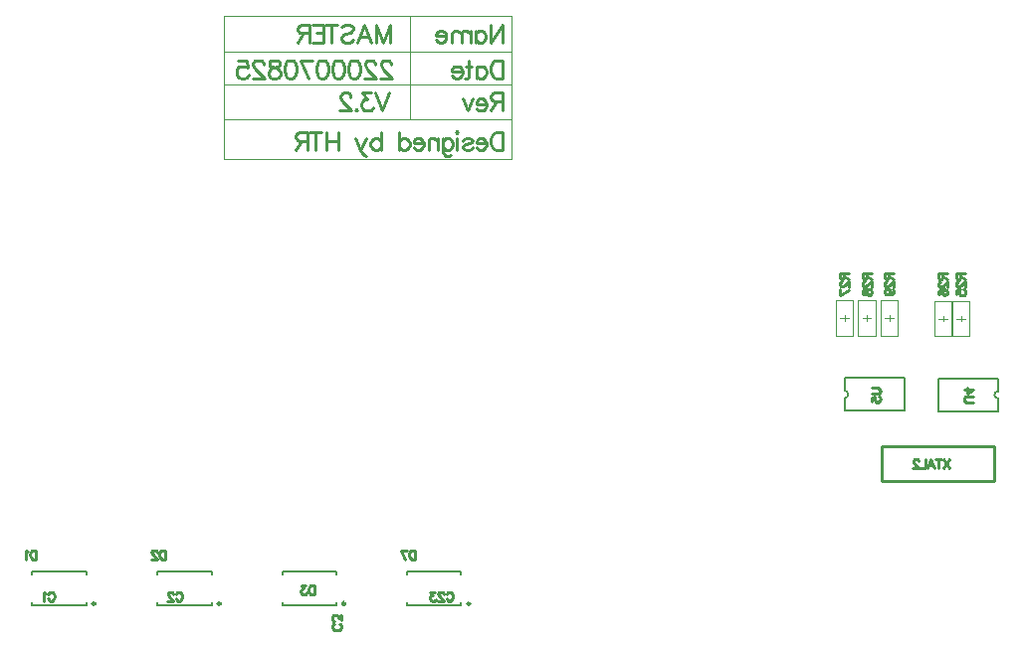
<source format=gbo>
G04*
G04 #@! TF.GenerationSoftware,Altium Limited,Altium Designer,21.3.2 (30)*
G04*
G04 Layer_Color=32896*
%FSLAX44Y44*%
%MOMM*%
G71*
G04*
G04 #@! TF.SameCoordinates,E904BC2C-911D-44D5-97E6-C51C7131D4A3*
G04*
G04*
G04 #@! TF.FilePolarity,Positive*
G04*
G01*
G75*
%ADD10C,0.2540*%
%ADD11C,0.2500*%
%ADD14C,0.2000*%
%ADD15C,0.1000*%
%ADD16C,0.0500*%
D10*
X1176130Y359230D02*
Y389230D01*
X1080830Y359230D02*
Y389230D01*
Y359230D02*
X1176130D01*
X1080830Y389230D02*
X1176130D01*
X758190Y748197D02*
Y732960D01*
Y748197D02*
X748032Y732960D01*
Y748197D02*
Y732960D01*
X735117Y743118D02*
Y732960D01*
Y740941D02*
X736568Y742392D01*
X738019Y743118D01*
X740196D01*
X741647Y742392D01*
X743098Y740941D01*
X743824Y738765D01*
Y737314D01*
X743098Y735137D01*
X741647Y733686D01*
X740196Y732960D01*
X738019D01*
X736568Y733686D01*
X735117Y735137D01*
X731054Y743118D02*
Y732960D01*
Y740216D02*
X728877Y742392D01*
X727426Y743118D01*
X725250D01*
X723799Y742392D01*
X723073Y740216D01*
Y732960D01*
Y740216D02*
X720896Y742392D01*
X719445Y743118D01*
X717269D01*
X715817Y742392D01*
X715092Y740216D01*
Y732960D01*
X710303Y738765D02*
X701596D01*
Y740216D01*
X702322Y741667D01*
X703047Y742392D01*
X704499Y743118D01*
X706675D01*
X708126Y742392D01*
X709578Y740941D01*
X710303Y738765D01*
Y737314D01*
X709578Y735137D01*
X708126Y733686D01*
X706675Y732960D01*
X704499D01*
X703047Y733686D01*
X701596Y735137D01*
X662416Y748197D02*
Y732960D01*
Y748197D02*
X656612Y732960D01*
X650807Y748197D02*
X656612Y732960D01*
X650807Y748197D02*
Y732960D01*
X634845D02*
X640649Y748197D01*
X646454Y732960D01*
X644277Y738039D02*
X637022D01*
X621132Y746020D02*
X622583Y747471D01*
X624760Y748197D01*
X627662D01*
X629839Y747471D01*
X631290Y746020D01*
Y744569D01*
X630564Y743118D01*
X629839Y742392D01*
X628387Y741667D01*
X624034Y740216D01*
X622583Y739490D01*
X621857Y738765D01*
X621132Y737314D01*
Y735137D01*
X622583Y733686D01*
X624760Y732960D01*
X627662D01*
X629839Y733686D01*
X631290Y735137D01*
X612643Y748197D02*
Y732960D01*
X617722Y748197D02*
X607564D01*
X596318D02*
X605750D01*
Y732960D01*
X596318D01*
X605750Y740941D02*
X599946D01*
X593778Y748197D02*
Y732960D01*
Y748197D02*
X587248D01*
X585072Y747471D01*
X584346Y746746D01*
X583620Y745295D01*
Y743844D01*
X584346Y742392D01*
X585072Y741667D01*
X587248Y740941D01*
X593778D01*
X588699D02*
X583620Y732960D01*
X758190Y690146D02*
Y674909D01*
Y690146D02*
X751660D01*
X749483Y689420D01*
X748758Y688695D01*
X748032Y687243D01*
Y685792D01*
X748758Y684341D01*
X749483Y683616D01*
X751660Y682890D01*
X758190D01*
X753111D02*
X748032Y674909D01*
X744622Y680713D02*
X735915D01*
Y682165D01*
X736641Y683616D01*
X737366Y684341D01*
X738818Y685067D01*
X740994D01*
X742445Y684341D01*
X743896Y682890D01*
X744622Y680713D01*
Y679262D01*
X743896Y677086D01*
X742445Y675635D01*
X740994Y674909D01*
X738818D01*
X737366Y675635D01*
X735915Y677086D01*
X732650Y685067D02*
X728297Y674909D01*
X723944Y685067D02*
X728297Y674909D01*
X661618Y690146D02*
X655814Y674909D01*
X650009Y690146D02*
X655814Y674909D01*
X646599Y690146D02*
X638618D01*
X642971Y684341D01*
X640795D01*
X639343Y683616D01*
X638618Y682890D01*
X637892Y680713D01*
Y679262D01*
X638618Y677086D01*
X640069Y675635D01*
X642246Y674909D01*
X644422D01*
X646599Y675635D01*
X647325Y676360D01*
X648050Y677811D01*
X633757Y676360D02*
X634482Y675635D01*
X633757Y674909D01*
X633031Y675635D01*
X633757Y676360D01*
X628968Y686518D02*
Y687243D01*
X628242Y688695D01*
X627517Y689420D01*
X626066Y690146D01*
X623163D01*
X621712Y689420D01*
X620987Y688695D01*
X620261Y687243D01*
Y685792D01*
X620987Y684341D01*
X622438Y682165D01*
X629693Y674909D01*
X619536D01*
X758190Y656586D02*
Y641349D01*
Y656586D02*
X753111D01*
X750934Y655860D01*
X749483Y654409D01*
X748758Y652958D01*
X748032Y650781D01*
Y647153D01*
X748758Y644977D01*
X749483Y643526D01*
X750934Y642075D01*
X753111Y641349D01*
X758190D01*
X744622Y647153D02*
X735915D01*
Y648605D01*
X736641Y650056D01*
X737366Y650781D01*
X738818Y651507D01*
X740994D01*
X742445Y650781D01*
X743896Y649330D01*
X744622Y647153D01*
Y645702D01*
X743896Y643526D01*
X742445Y642075D01*
X740994Y641349D01*
X738818D01*
X737366Y642075D01*
X735915Y643526D01*
X724669Y649330D02*
X725395Y650781D01*
X727571Y651507D01*
X729748D01*
X731925Y650781D01*
X732650Y649330D01*
X731925Y647879D01*
X730474Y647153D01*
X726846Y646428D01*
X725395Y645702D01*
X724669Y644251D01*
Y643526D01*
X725395Y642075D01*
X727571Y641349D01*
X729748D01*
X731925Y642075D01*
X732650Y643526D01*
X720026Y656586D02*
X719300Y655860D01*
X718575Y656586D01*
X719300Y657311D01*
X720026Y656586D01*
X719300Y651507D02*
Y641349D01*
X707183Y651507D02*
Y639898D01*
X707909Y637721D01*
X708634Y636996D01*
X710085Y636270D01*
X712262D01*
X713713Y636996D01*
X707183Y649330D02*
X708634Y650781D01*
X710085Y651507D01*
X712262D01*
X713713Y650781D01*
X715164Y649330D01*
X715890Y647153D01*
Y645702D01*
X715164Y643526D01*
X713713Y642075D01*
X712262Y641349D01*
X710085D01*
X708634Y642075D01*
X707183Y643526D01*
X703120Y651507D02*
Y641349D01*
Y648605D02*
X700943Y650781D01*
X699492Y651507D01*
X697316D01*
X695864Y650781D01*
X695139Y648605D01*
Y641349D01*
X691148Y647153D02*
X682442D01*
Y648605D01*
X683167Y650056D01*
X683893Y650781D01*
X685344Y651507D01*
X687521D01*
X688972Y650781D01*
X690423Y649330D01*
X691148Y647153D01*
Y645702D01*
X690423Y643526D01*
X688972Y642075D01*
X687521Y641349D01*
X685344D01*
X683893Y642075D01*
X682442Y643526D01*
X670470Y656586D02*
Y641349D01*
Y649330D02*
X671921Y650781D01*
X673372Y651507D01*
X675549D01*
X677000Y650781D01*
X678451Y649330D01*
X679177Y647153D01*
Y645702D01*
X678451Y643526D01*
X677000Y642075D01*
X675549Y641349D01*
X673372D01*
X671921Y642075D01*
X670470Y643526D01*
X654435Y656586D02*
Y641349D01*
Y649330D02*
X652984Y650781D01*
X651533Y651507D01*
X649356D01*
X647905Y650781D01*
X646454Y649330D01*
X645728Y647153D01*
Y645702D01*
X646454Y643526D01*
X647905Y642075D01*
X649356Y641349D01*
X651533D01*
X652984Y642075D01*
X654435Y643526D01*
X641738Y651507D02*
X637384Y641349D01*
X633031Y651507D02*
X637384Y641349D01*
X638835Y638447D01*
X640287Y636996D01*
X641738Y636270D01*
X642463D01*
X618520Y656586D02*
Y641349D01*
X608362Y656586D02*
Y641349D01*
X618520Y649330D02*
X608362D01*
X599075Y656586D02*
Y641349D01*
X604154Y656586D02*
X593996D01*
X592182D02*
Y641349D01*
Y656586D02*
X585652D01*
X583475Y655860D01*
X582750Y655135D01*
X582024Y653683D01*
Y652232D01*
X582750Y650781D01*
X583475Y650056D01*
X585652Y649330D01*
X592182D01*
X587103D02*
X582024Y641349D01*
X758190Y717901D02*
Y702665D01*
Y717901D02*
X753111D01*
X750934Y717176D01*
X749483Y715725D01*
X748758Y714274D01*
X748032Y712097D01*
Y708469D01*
X748758Y706292D01*
X749483Y704841D01*
X750934Y703390D01*
X753111Y702665D01*
X758190D01*
X735915Y712822D02*
Y702665D01*
Y710646D02*
X737366Y712097D01*
X738818Y712822D01*
X740994D01*
X742445Y712097D01*
X743896Y710646D01*
X744622Y708469D01*
Y707018D01*
X743896Y704841D01*
X742445Y703390D01*
X740994Y702665D01*
X738818D01*
X737366Y703390D01*
X735915Y704841D01*
X729676Y717901D02*
Y705567D01*
X728950Y703390D01*
X727499Y702665D01*
X726048D01*
X731852Y712822D02*
X726773D01*
X723871Y708469D02*
X715164D01*
Y709920D01*
X715890Y711371D01*
X716616Y712097D01*
X718067Y712822D01*
X720243D01*
X721694Y712097D01*
X723146Y710646D01*
X723871Y708469D01*
Y707018D01*
X723146Y704841D01*
X721694Y703390D01*
X720243Y702665D01*
X718067D01*
X716616Y703390D01*
X715164Y704841D01*
X663287Y714274D02*
Y714999D01*
X662561Y716450D01*
X661836Y717176D01*
X660385Y717901D01*
X657482D01*
X656031Y717176D01*
X655306Y716450D01*
X654580Y714999D01*
Y713548D01*
X655306Y712097D01*
X656757Y709920D01*
X664012Y702665D01*
X653855D01*
X649719Y714274D02*
Y714999D01*
X648993Y716450D01*
X648268Y717176D01*
X646817Y717901D01*
X643914D01*
X642463Y717176D01*
X641738Y716450D01*
X641012Y714999D01*
Y713548D01*
X641738Y712097D01*
X643189Y709920D01*
X650444Y702665D01*
X640287D01*
X632523Y717901D02*
X634700Y717176D01*
X636151Y714999D01*
X636877Y711371D01*
Y709195D01*
X636151Y705567D01*
X634700Y703390D01*
X632523Y702665D01*
X631072D01*
X628895Y703390D01*
X627444Y705567D01*
X626719Y709195D01*
Y711371D01*
X627444Y714999D01*
X628895Y717176D01*
X631072Y717901D01*
X632523D01*
X618955D02*
X621132Y717176D01*
X622583Y714999D01*
X623309Y711371D01*
Y709195D01*
X622583Y705567D01*
X621132Y703390D01*
X618955Y702665D01*
X617504D01*
X615327Y703390D01*
X613876Y705567D01*
X613151Y709195D01*
Y711371D01*
X613876Y714999D01*
X615327Y717176D01*
X617504Y717901D01*
X618955D01*
X605387D02*
X607564Y717176D01*
X609015Y714999D01*
X609741Y711371D01*
Y709195D01*
X609015Y705567D01*
X607564Y703390D01*
X605387Y702665D01*
X603936D01*
X601759Y703390D01*
X600308Y705567D01*
X599583Y709195D01*
Y711371D01*
X600308Y714999D01*
X601759Y717176D01*
X603936Y717901D01*
X605387D01*
X586015D02*
X593270Y702665D01*
X596173Y717901D02*
X586015D01*
X578251D02*
X580428Y717176D01*
X581879Y714999D01*
X582605Y711371D01*
Y709195D01*
X581879Y705567D01*
X580428Y703390D01*
X578251Y702665D01*
X576800D01*
X574624Y703390D01*
X573172Y705567D01*
X572447Y709195D01*
Y711371D01*
X573172Y714999D01*
X574624Y717176D01*
X576800Y717901D01*
X578251D01*
X565409D02*
X567586Y717176D01*
X568311Y715725D01*
Y714274D01*
X567586Y712822D01*
X566135Y712097D01*
X563232Y711371D01*
X561056Y710646D01*
X559605Y709195D01*
X558879Y707744D01*
Y705567D01*
X559605Y704116D01*
X560330Y703390D01*
X562507Y702665D01*
X565409D01*
X567586Y703390D01*
X568311Y704116D01*
X569037Y705567D01*
Y707744D01*
X568311Y709195D01*
X566860Y710646D01*
X564683Y711371D01*
X561781Y712097D01*
X560330Y712822D01*
X559605Y714274D01*
Y715725D01*
X560330Y717176D01*
X562507Y717901D01*
X565409D01*
X554743Y714274D02*
Y714999D01*
X554018Y716450D01*
X553292Y717176D01*
X551841Y717901D01*
X548939D01*
X547488Y717176D01*
X546762Y716450D01*
X546037Y714999D01*
Y713548D01*
X546762Y712097D01*
X548213Y709920D01*
X555469Y702665D01*
X545311D01*
X533194Y717901D02*
X540450D01*
X541175Y711371D01*
X540450Y712097D01*
X538273Y712822D01*
X536096D01*
X533920Y712097D01*
X532469Y710646D01*
X531743Y708469D01*
Y707018D01*
X532469Y704841D01*
X533920Y703390D01*
X536096Y702665D01*
X538273D01*
X540450Y703390D01*
X541175Y704116D01*
X541901Y705567D01*
X683514Y300480D02*
Y292862D01*
Y300480D02*
X680975D01*
X679886Y300118D01*
X679161Y299392D01*
X678798Y298666D01*
X678435Y297578D01*
Y295764D01*
X678798Y294676D01*
X679161Y293950D01*
X679886Y293225D01*
X680975Y292862D01*
X683514D01*
X671651Y300480D02*
X675279Y292862D01*
X676730Y300480D02*
X671651D01*
X710330Y263106D02*
X710693Y263832D01*
X711419Y264558D01*
X712144Y264920D01*
X713595D01*
X714321Y264558D01*
X715046Y263832D01*
X715409Y263106D01*
X715772Y262018D01*
Y260204D01*
X715409Y259116D01*
X715046Y258390D01*
X714321Y257665D01*
X713595Y257302D01*
X712144D01*
X711419Y257665D01*
X710693Y258390D01*
X710330Y259116D01*
X707827Y263106D02*
Y263469D01*
X707464Y264195D01*
X707102Y264558D01*
X706376Y264920D01*
X704925D01*
X704199Y264558D01*
X703837Y264195D01*
X703474Y263469D01*
Y262744D01*
X703837Y262018D01*
X704562Y260930D01*
X708190Y257302D01*
X703111D01*
X700680Y264920D02*
X696690D01*
X698867Y262018D01*
X697778D01*
X697053Y261655D01*
X696690Y261293D01*
X696327Y260204D01*
Y259479D01*
X696690Y258390D01*
X697415Y257665D01*
X698504Y257302D01*
X699592D01*
X700680Y257665D01*
X701043Y258028D01*
X701406Y258753D01*
X1137989Y378039D02*
X1132910Y370421D01*
Y378039D02*
X1137989Y370421D01*
X1128666Y378039D02*
Y370421D01*
X1131205Y378039D02*
X1126126D01*
X1119415Y370421D02*
X1122317Y378039D01*
X1125219Y370421D01*
X1124131Y372960D02*
X1120503D01*
X1117637Y378039D02*
Y370421D01*
X1113284D01*
X1112087Y376225D02*
Y376588D01*
X1111724Y377314D01*
X1111361Y377676D01*
X1110636Y378039D01*
X1109185D01*
X1108459Y377676D01*
X1108096Y377314D01*
X1107734Y376588D01*
Y375863D01*
X1108096Y375137D01*
X1108822Y374049D01*
X1112450Y370421D01*
X1107371D01*
X1158239Y426388D02*
X1152797D01*
X1151709Y426750D01*
X1150984Y427476D01*
X1150621Y428564D01*
Y429290D01*
X1150984Y430378D01*
X1151709Y431104D01*
X1152797Y431467D01*
X1158239D01*
Y437198D02*
X1153160Y433571D01*
Y439012D01*
X1158239Y437198D02*
X1150621D01*
X1071881Y438791D02*
X1077322D01*
X1078411Y438428D01*
X1079136Y437703D01*
X1079499Y436614D01*
Y435889D01*
X1079136Y434800D01*
X1078411Y434075D01*
X1077322Y433712D01*
X1071881D01*
Y427255D02*
Y430882D01*
X1075146Y431245D01*
X1074783Y430882D01*
X1074420Y429794D01*
Y428706D01*
X1074783Y427617D01*
X1075509Y426892D01*
X1076597Y426529D01*
X1077322D01*
X1078411Y426892D01*
X1079136Y427617D01*
X1079499Y428706D01*
Y429794D01*
X1079136Y430882D01*
X1078774Y431245D01*
X1078048Y431608D01*
X1144271Y536373D02*
X1151889D01*
X1144271D02*
Y533108D01*
X1144634Y532020D01*
X1144996Y531657D01*
X1145722Y531295D01*
X1146448D01*
X1147173Y531657D01*
X1147536Y532020D01*
X1147899Y533108D01*
Y536373D01*
Y533834D02*
X1151889Y531295D01*
X1146085Y529227D02*
X1145722D01*
X1144996Y528864D01*
X1144634Y528501D01*
X1144271Y527776D01*
Y526324D01*
X1144634Y525599D01*
X1144996Y525236D01*
X1145722Y524873D01*
X1146448D01*
X1147173Y525236D01*
X1148261Y525962D01*
X1151889Y529589D01*
Y524510D01*
X1144271Y518452D02*
Y522080D01*
X1147536Y522443D01*
X1147173Y522080D01*
X1146810Y520992D01*
Y519903D01*
X1147173Y518815D01*
X1147899Y518089D01*
X1148987Y517727D01*
X1149713D01*
X1150801Y518089D01*
X1151526Y518815D01*
X1151889Y519903D01*
Y520992D01*
X1151526Y522080D01*
X1151164Y522443D01*
X1150438Y522805D01*
X1045211Y536663D02*
X1052829D01*
X1045211D02*
Y533398D01*
X1045574Y532310D01*
X1045936Y531947D01*
X1046662Y531585D01*
X1047387D01*
X1048113Y531947D01*
X1048476Y532310D01*
X1048839Y533398D01*
Y536663D01*
Y534124D02*
X1052829Y531585D01*
X1047025Y529517D02*
X1046662D01*
X1045936Y529154D01*
X1045574Y528791D01*
X1045211Y528066D01*
Y526614D01*
X1045574Y525889D01*
X1045936Y525526D01*
X1046662Y525163D01*
X1047387D01*
X1048113Y525526D01*
X1049201Y526252D01*
X1052829Y529879D01*
Y524801D01*
X1045211Y518017D02*
X1052829Y521644D01*
X1045211Y523096D02*
Y518017D01*
X1129031Y536192D02*
X1136649D01*
X1129031D02*
Y532927D01*
X1129394Y531839D01*
X1129756Y531476D01*
X1130482Y531113D01*
X1131208D01*
X1131933Y531476D01*
X1132296Y531839D01*
X1132659Y532927D01*
Y536192D01*
Y533653D02*
X1136649Y531113D01*
X1130845Y529045D02*
X1130482D01*
X1129756Y528683D01*
X1129394Y528320D01*
X1129031Y527594D01*
Y526143D01*
X1129394Y525418D01*
X1129756Y525055D01*
X1130482Y524692D01*
X1131208D01*
X1131933Y525055D01*
X1133021Y525780D01*
X1136649Y529408D01*
Y524329D01*
X1130119Y518271D02*
X1129394Y518633D01*
X1129031Y519722D01*
Y520447D01*
X1129394Y521536D01*
X1130482Y522261D01*
X1132296Y522624D01*
X1134110D01*
X1135561Y522261D01*
X1136286Y521536D01*
X1136649Y520447D01*
Y520085D01*
X1136286Y518996D01*
X1135561Y518271D01*
X1134473Y517908D01*
X1134110D01*
X1133021Y518271D01*
X1132296Y518996D01*
X1131933Y520085D01*
Y520447D01*
X1132296Y521536D01*
X1133021Y522261D01*
X1134110Y522624D01*
X1083311Y536482D02*
X1090929D01*
X1083311D02*
Y533217D01*
X1083674Y532129D01*
X1084036Y531766D01*
X1084762Y531403D01*
X1085488D01*
X1086213Y531766D01*
X1086576Y532129D01*
X1086939Y533217D01*
Y536482D01*
Y533943D02*
X1090929Y531403D01*
X1085125Y529335D02*
X1084762D01*
X1084036Y528973D01*
X1083674Y528610D01*
X1083311Y527884D01*
Y526433D01*
X1083674Y525708D01*
X1084036Y525345D01*
X1084762Y524982D01*
X1085488D01*
X1086213Y525345D01*
X1087301Y526070D01*
X1090929Y529698D01*
Y524619D01*
X1085850Y518198D02*
X1086939Y518561D01*
X1087664Y519286D01*
X1088027Y520375D01*
Y520737D01*
X1087664Y521826D01*
X1086939Y522551D01*
X1085850Y522914D01*
X1085488D01*
X1084399Y522551D01*
X1083674Y521826D01*
X1083311Y520737D01*
Y520375D01*
X1083674Y519286D01*
X1084399Y518561D01*
X1085850Y518198D01*
X1087664D01*
X1089478Y518561D01*
X1090566Y519286D01*
X1090929Y520375D01*
Y521100D01*
X1090566Y522189D01*
X1089841Y522551D01*
X1064261Y536663D02*
X1071879D01*
X1064261D02*
Y533398D01*
X1064624Y532310D01*
X1064986Y531947D01*
X1065712Y531585D01*
X1066438D01*
X1067163Y531947D01*
X1067526Y532310D01*
X1067889Y533398D01*
Y536663D01*
Y534124D02*
X1071879Y531585D01*
X1066075Y529517D02*
X1065712D01*
X1064986Y529154D01*
X1064624Y528791D01*
X1064261Y528066D01*
Y526614D01*
X1064624Y525889D01*
X1064986Y525526D01*
X1065712Y525163D01*
X1066438D01*
X1067163Y525526D01*
X1068251Y526252D01*
X1071879Y529879D01*
Y524801D01*
X1064261Y521282D02*
X1064624Y522370D01*
X1065349Y522733D01*
X1066075D01*
X1066800Y522370D01*
X1067163Y521644D01*
X1067526Y520193D01*
X1067889Y519105D01*
X1068614Y518379D01*
X1069340Y518017D01*
X1070428D01*
X1071154Y518379D01*
X1071516Y518742D01*
X1071879Y519831D01*
Y521282D01*
X1071516Y522370D01*
X1071154Y522733D01*
X1070428Y523096D01*
X1069340D01*
X1068614Y522733D01*
X1067889Y522007D01*
X1067526Y520919D01*
X1067163Y519468D01*
X1066800Y518742D01*
X1066075Y518379D01*
X1065349D01*
X1064624Y518742D01*
X1064261Y519831D01*
Y521282D01*
X361188Y300480D02*
Y292862D01*
Y300480D02*
X358648D01*
X357560Y300118D01*
X356835Y299392D01*
X356472Y298666D01*
X356109Y297578D01*
Y295764D01*
X356472Y294676D01*
X356835Y293950D01*
X357560Y293225D01*
X358648Y292862D01*
X361188D01*
X354404Y299029D02*
X353679Y299392D01*
X352590Y300480D01*
Y292862D01*
X471170Y300480D02*
Y292862D01*
Y300480D02*
X468630D01*
X467542Y300118D01*
X466817Y299392D01*
X466454Y298666D01*
X466091Y297578D01*
Y295764D01*
X466454Y294676D01*
X466817Y293950D01*
X467542Y293225D01*
X468630Y292862D01*
X471170D01*
X464023Y298666D02*
Y299029D01*
X463661Y299755D01*
X463298Y300118D01*
X462572Y300480D01*
X461121D01*
X460395Y300118D01*
X460033Y299755D01*
X459670Y299029D01*
Y298304D01*
X460033Y297578D01*
X460758Y296490D01*
X464386Y292862D01*
X459307D01*
X598284Y270509D02*
Y262891D01*
Y270509D02*
X595745D01*
X594657Y270146D01*
X593931Y269421D01*
X593568Y268695D01*
X593205Y267607D01*
Y265793D01*
X593568Y264705D01*
X593931Y263979D01*
X594657Y263254D01*
X595745Y262891D01*
X598284D01*
X590775Y270509D02*
X586784D01*
X588961Y267607D01*
X587873D01*
X587147Y267244D01*
X586784Y266881D01*
X586422Y265793D01*
Y265068D01*
X586784Y263979D01*
X587510Y263254D01*
X588598Y262891D01*
X589687D01*
X590775Y263254D01*
X591138Y263616D01*
X591500Y264342D01*
X371494Y263106D02*
X371857Y263832D01*
X372583Y264558D01*
X373308Y264920D01*
X374759D01*
X375485Y264558D01*
X376210Y263832D01*
X376573Y263106D01*
X376936Y262018D01*
Y260204D01*
X376573Y259116D01*
X376210Y258390D01*
X375485Y257665D01*
X374759Y257302D01*
X373308D01*
X372583Y257665D01*
X371857Y258390D01*
X371494Y259116D01*
X369354Y263469D02*
X368628Y263832D01*
X367540Y264920D01*
Y257302D01*
X480206Y263106D02*
X480569Y263832D01*
X481295Y264558D01*
X482020Y264920D01*
X483471D01*
X484197Y264558D01*
X484922Y263832D01*
X485285Y263106D01*
X485648Y262018D01*
Y260204D01*
X485285Y259116D01*
X484922Y258390D01*
X484197Y257665D01*
X483471Y257302D01*
X482020D01*
X481295Y257665D01*
X480569Y258390D01*
X480206Y259116D01*
X477703Y263106D02*
Y263469D01*
X477340Y264195D01*
X476978Y264558D01*
X476252Y264920D01*
X474801D01*
X474075Y264558D01*
X473713Y264195D01*
X473350Y263469D01*
Y262744D01*
X473713Y262018D01*
X474438Y260930D01*
X478066Y257302D01*
X472987D01*
X619215Y237871D02*
X619941Y237508D01*
X620666Y236783D01*
X621029Y236057D01*
Y234606D01*
X620666Y233881D01*
X619941Y233155D01*
X619215Y232792D01*
X618127Y232430D01*
X616313D01*
X615225Y232792D01*
X614499Y233155D01*
X613774Y233881D01*
X613411Y234606D01*
Y236057D01*
X613774Y236783D01*
X614499Y237508D01*
X615225Y237871D01*
X621029Y240737D02*
Y244728D01*
X618127Y242551D01*
Y243639D01*
X617764Y244365D01*
X617401Y244728D01*
X616313Y245091D01*
X615588D01*
X614499Y244728D01*
X613774Y244002D01*
X613411Y242914D01*
Y241825D01*
X613774Y240737D01*
X614136Y240374D01*
X614862Y240012D01*
D11*
X730520Y254970D02*
G03*
X730520Y254970I-1250J0D01*
G01*
X624373D02*
G03*
X624373Y254970I-1250J0D01*
G01*
X411653D02*
G03*
X411653Y254970I-1250J0D01*
G01*
X518313D02*
G03*
X518313Y254970I-1250J0D01*
G01*
D14*
X1049020Y430015D02*
G03*
X1049020Y436365I0J3175D01*
G01*
X1179830Y436045D02*
G03*
X1179830Y429695I0J-3175D01*
G01*
X1049020Y447330D02*
X1099820D01*
Y419390D02*
Y447330D01*
X1049020Y419390D02*
X1099820D01*
X1049020D02*
Y430015D01*
Y436365D02*
Y447330D01*
X1129030Y418730D02*
X1179830D01*
X1129030D02*
Y446670D01*
X1179830D01*
Y436045D02*
Y446670D01*
Y418730D02*
Y429695D01*
X722770Y279470D02*
Y282470D01*
X676770Y279470D02*
Y282470D01*
X722770Y253470D02*
Y256470D01*
X676770Y253470D02*
Y256470D01*
Y282470D02*
X722770D01*
X676770Y253470D02*
X722770D01*
X570623D02*
X616623D01*
X570623Y282470D02*
X616623D01*
X570623Y253470D02*
Y256470D01*
X616623Y253470D02*
Y256470D01*
X570623Y279470D02*
Y282470D01*
X616623Y279470D02*
Y282470D01*
X357903Y253470D02*
X403903D01*
X357903Y282470D02*
X403903D01*
X357903Y253470D02*
Y256470D01*
X403903Y253470D02*
Y256470D01*
X357903Y279470D02*
Y282470D01*
X403903Y279470D02*
Y282470D01*
X464563Y253470D02*
X510563D01*
X464563Y282470D02*
X510563D01*
X464563Y253470D02*
Y256470D01*
X510563Y253470D02*
Y256470D01*
X464563Y279470D02*
Y282470D01*
X510563Y279470D02*
Y282470D01*
D15*
X1083370Y498130D02*
X1090870D01*
X1087120Y495844D02*
Y500416D01*
X1064320Y498130D02*
X1071820D01*
X1068070Y495844D02*
Y500416D01*
X1045270Y498130D02*
X1052770D01*
X1049020Y495844D02*
Y500416D01*
X1129090Y497840D02*
X1136590D01*
X1132840Y495554D02*
Y500126D01*
X1144330Y497840D02*
X1151830D01*
X1148080Y495554D02*
Y500126D01*
D16*
X520700Y668020D02*
X765810D01*
X520700Y755901D02*
X765810D01*
Y668020D02*
Y755901D01*
X520700Y668020D02*
Y755901D01*
Y697230D02*
X765810D01*
X520700Y725170D02*
X765810D01*
Y697230D02*
Y725170D01*
X520700Y697230D02*
Y725170D01*
Y725170D02*
X765810D01*
X520700Y755901D02*
X765810D01*
Y725170D02*
Y755901D01*
X520700Y725170D02*
Y755901D01*
X679450Y668020D02*
X765812D01*
X679450Y755902D02*
X765812D01*
Y668020D02*
Y755902D01*
X679450Y668020D02*
Y755902D01*
X520700Y633730D02*
X765810D01*
X520700Y755902D02*
X765810D01*
Y633730D02*
Y755902D01*
X520700Y633730D02*
Y755902D01*
X1094620Y483130D02*
Y513130D01*
X1079620Y483130D02*
X1094620D01*
X1079620Y513130D02*
X1094620D01*
X1079620Y483130D02*
Y513130D01*
X1075570Y483130D02*
Y513130D01*
X1060570Y483130D02*
X1075570D01*
X1060570Y513130D02*
X1075570D01*
X1060570Y483130D02*
Y513130D01*
X1056520Y483130D02*
Y513130D01*
X1041520Y483130D02*
X1056520D01*
X1041520Y513130D02*
X1056520D01*
X1041520Y483130D02*
Y513130D01*
X1125340Y482840D02*
Y512840D01*
X1140340D01*
X1125340Y482840D02*
X1140340D01*
Y512840D01*
X1140580Y482840D02*
Y512840D01*
X1155580D01*
X1140580Y482840D02*
X1155580D01*
Y512840D01*
M02*

</source>
